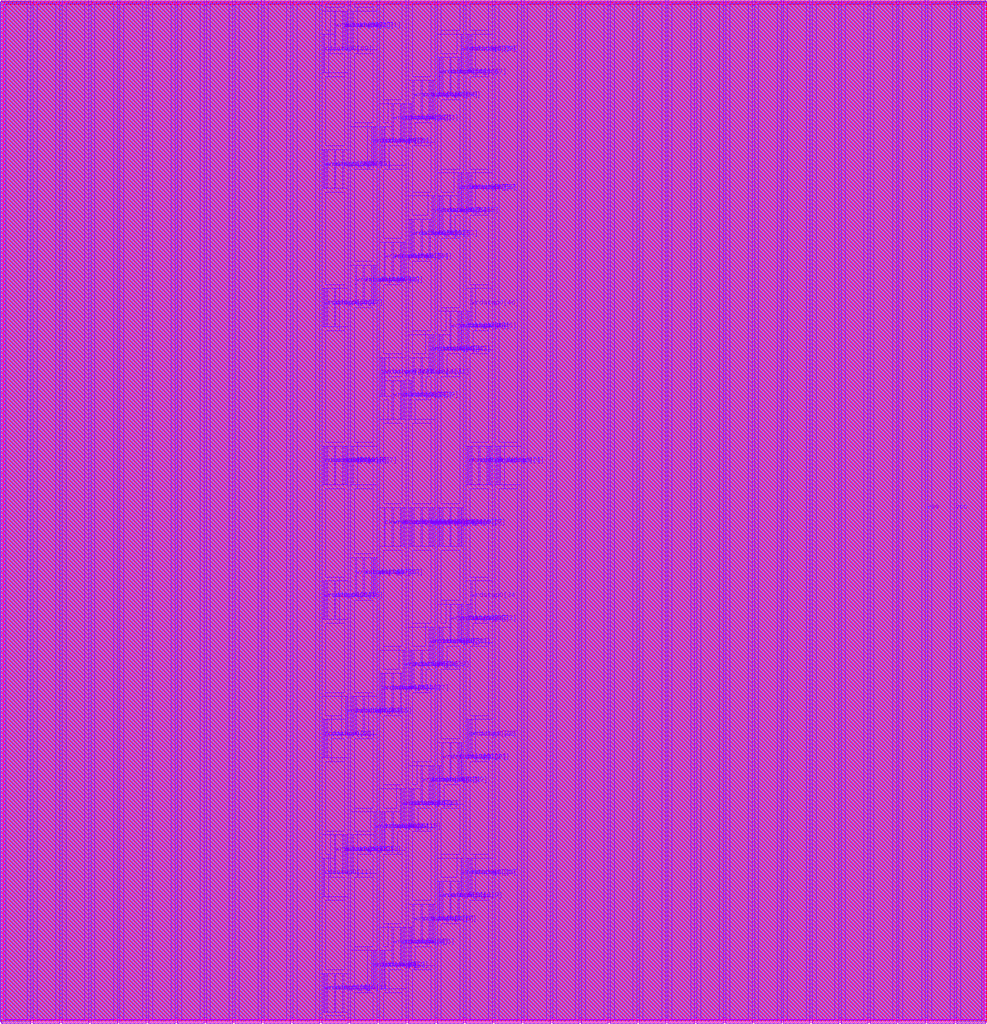
<source format=lef>
VERSION 5.8 ;
BUSBITCHARS "[]" ;
DIVIDERCHAR "/" ;

UNITS
  DATABASE MICRONS 4000 ;
END UNITS

PROPERTYDEFINITIONS
  MACRO hpml_layer STRING ;
  MACRO heml_layer STRING ;
END PROPERTYDEFINITIONS

MACRO arf070b144e1r1w0cbbeheaa4acw
  CLASS BLOCK ;
  FOREIGN arf070b144e1r1w0cbbeheaa4acw ;
  ORIGIN 0 0 ;
  SIZE 30.6 BY 31.68 ;
  PIN ckrdp0
    DIRECTION INPUT ;
    USE SIGNAL ;
    PORT
      LAYER m7 ;
        RECT 14.484 16.68 14.528 17.88 ;
    END
  END ckrdp0
  PIN ckwrp0
    DIRECTION INPUT ;
    USE SIGNAL ;
    PORT
      LAYER m7 ;
        RECT 11.872 14.76 11.916 15.96 ;
    END
  END ckwrp0
  PIN rdaddrp0[0]
    DIRECTION INPUT ;
    USE SIGNAL ;
    PORT
      LAYER m7 ;
        RECT 15.384 16.68 15.428 17.88 ;
    END
  END rdaddrp0[0]
  PIN rdaddrp0[1]
    DIRECTION INPUT ;
    USE SIGNAL ;
    PORT
      LAYER m7 ;
        RECT 15.472 16.68 15.516 17.88 ;
    END
  END rdaddrp0[1]
  PIN rdaddrp0[2]
    DIRECTION INPUT ;
    USE SIGNAL ;
    PORT
      LAYER m7 ;
        RECT 9.984 16.68 10.028 17.88 ;
    END
  END rdaddrp0[2]
  PIN rdaddrp0[3]
    DIRECTION INPUT ;
    USE SIGNAL ;
    PORT
      LAYER m7 ;
        RECT 10.072 16.68 10.116 17.88 ;
    END
  END rdaddrp0[3]
  PIN rdaddrp0[4]
    DIRECTION INPUT ;
    USE SIGNAL ;
    PORT
      LAYER m7 ;
        RECT 10.328 16.68 10.372 17.88 ;
    END
  END rdaddrp0[4]
  PIN rdaddrp0[5]
    DIRECTION INPUT ;
    USE SIGNAL ;
    PORT
      LAYER m7 ;
        RECT 10.584 16.68 10.628 17.88 ;
    END
  END rdaddrp0[5]
  PIN rdaddrp0[6]
    DIRECTION INPUT ;
    USE SIGNAL ;
    PORT
      LAYER m7 ;
        RECT 10.672 16.68 10.716 17.88 ;
    END
  END rdaddrp0[6]
  PIN rdaddrp0[7]
    DIRECTION INPUT ;
    USE SIGNAL ;
    PORT
      LAYER m7 ;
        RECT 10.884 16.68 10.928 17.88 ;
    END
  END rdaddrp0[7]
  PIN rdaddrp0_fd
    DIRECTION INPUT ;
    USE SIGNAL ;
    PORT
      LAYER m7 ;
        RECT 14.572 16.68 14.616 17.88 ;
    END
  END rdaddrp0_fd
  PIN rdaddrp0_rd
    DIRECTION INPUT ;
    USE SIGNAL ;
    PORT
      LAYER m7 ;
        RECT 14.828 16.68 14.872 17.88 ;
    END
  END rdaddrp0_rd
  PIN rdenp0
    DIRECTION INPUT ;
    USE SIGNAL ;
    PORT
      LAYER m7 ;
        RECT 15.084 16.68 15.128 17.88 ;
    END
  END rdenp0
  PIN sdl_initp0
    DIRECTION INPUT ;
    USE SIGNAL ;
    PORT
      LAYER m7 ;
        RECT 15.172 16.68 15.216 17.88 ;
    END
  END sdl_initp0
  PIN wraddrp0[0]
    DIRECTION INPUT ;
    USE SIGNAL ;
    PORT
      LAYER m7 ;
        RECT 13.028 14.76 13.072 15.96 ;
    END
  END wraddrp0[0]
  PIN wraddrp0[1]
    DIRECTION INPUT ;
    USE SIGNAL ;
    PORT
      LAYER m7 ;
        RECT 13.284 14.76 13.328 15.96 ;
    END
  END wraddrp0[1]
  PIN wraddrp0[2]
    DIRECTION INPUT ;
    USE SIGNAL ;
    PORT
      LAYER m7 ;
        RECT 13.372 14.76 13.416 15.96 ;
    END
  END wraddrp0[2]
  PIN wraddrp0[3]
    DIRECTION INPUT ;
    USE SIGNAL ;
    PORT
      LAYER m7 ;
        RECT 13.584 14.76 13.628 15.96 ;
    END
  END wraddrp0[3]
  PIN wraddrp0[4]
    DIRECTION INPUT ;
    USE SIGNAL ;
    PORT
      LAYER m7 ;
        RECT 13.672 14.76 13.716 15.96 ;
    END
  END wraddrp0[4]
  PIN wraddrp0[5]
    DIRECTION INPUT ;
    USE SIGNAL ;
    PORT
      LAYER m7 ;
        RECT 13.928 14.76 13.972 15.96 ;
    END
  END wraddrp0[5]
  PIN wraddrp0[6]
    DIRECTION INPUT ;
    USE SIGNAL ;
    PORT
      LAYER m7 ;
        RECT 14.184 14.76 14.228 15.96 ;
    END
  END wraddrp0[6]
  PIN wraddrp0[7]
    DIRECTION INPUT ;
    USE SIGNAL ;
    PORT
      LAYER m7 ;
        RECT 14.272 14.76 14.316 15.96 ;
    END
  END wraddrp0[7]
  PIN wraddrp0_fd
    DIRECTION INPUT ;
    USE SIGNAL ;
    PORT
      LAYER m7 ;
        RECT 12.128 14.76 12.172 15.96 ;
    END
  END wraddrp0_fd
  PIN wraddrp0_rd
    DIRECTION INPUT ;
    USE SIGNAL ;
    PORT
      LAYER m7 ;
        RECT 12.384 14.76 12.428 15.96 ;
    END
  END wraddrp0_rd
  PIN wrdatap0[0]
    DIRECTION INPUT ;
    USE SIGNAL ;
    PORT
      LAYER m7 ;
        RECT 9.984 0.24 10.028 1.44 ;
    END
  END wrdatap0[0]
  PIN wrdatap0[10]
    DIRECTION INPUT ;
    USE SIGNAL ;
    PORT
      LAYER m7 ;
        RECT 14.272 3.84 14.316 5.04 ;
    END
  END wrdatap0[10]
  PIN wrdatap0[11]
    DIRECTION INPUT ;
    USE SIGNAL ;
    PORT
      LAYER m7 ;
        RECT 14.484 3.84 14.528 5.04 ;
    END
  END wrdatap0[11]
  PIN wrdatap0[12]
    DIRECTION INPUT ;
    USE SIGNAL ;
    PORT
      LAYER m7 ;
        RECT 10.328 4.56 10.372 5.76 ;
    END
  END wrdatap0[12]
  PIN wrdatap0[13]
    DIRECTION INPUT ;
    USE SIGNAL ;
    PORT
      LAYER m7 ;
        RECT 10.584 4.56 10.628 5.76 ;
    END
  END wrdatap0[13]
  PIN wrdatap0[14]
    DIRECTION INPUT ;
    USE SIGNAL ;
    PORT
      LAYER m7 ;
        RECT 11.572 5.28 11.616 6.48 ;
    END
  END wrdatap0[14]
  PIN wrdatap0[15]
    DIRECTION INPUT ;
    USE SIGNAL ;
    PORT
      LAYER m7 ;
        RECT 11.784 5.28 11.828 6.48 ;
    END
  END wrdatap0[15]
  PIN wrdatap0[16]
    DIRECTION INPUT ;
    USE SIGNAL ;
    PORT
      LAYER m7 ;
        RECT 12.384 6 12.428 7.2 ;
    END
  END wrdatap0[16]
  PIN wrdatap0[17]
    DIRECTION INPUT ;
    USE SIGNAL ;
    PORT
      LAYER m7 ;
        RECT 12.472 6 12.516 7.2 ;
    END
  END wrdatap0[17]
  PIN wrdatap0[18]
    DIRECTION INPUT ;
    USE SIGNAL ;
    PORT
      LAYER m7 ;
        RECT 13.028 6.72 13.072 7.92 ;
    END
  END wrdatap0[18]
  PIN wrdatap0[19]
    DIRECTION INPUT ;
    USE SIGNAL ;
    PORT
      LAYER m7 ;
        RECT 13.284 6.72 13.328 7.92 ;
    END
  END wrdatap0[19]
  PIN wrdatap0[1]
    DIRECTION INPUT ;
    USE SIGNAL ;
    PORT
      LAYER m7 ;
        RECT 10.072 0.24 10.116 1.44 ;
    END
  END wrdatap0[1]
  PIN wrdatap0[20]
    DIRECTION INPUT ;
    USE SIGNAL ;
    PORT
      LAYER m7 ;
        RECT 13.672 7.44 13.716 8.64 ;
    END
  END wrdatap0[20]
  PIN wrdatap0[21]
    DIRECTION INPUT ;
    USE SIGNAL ;
    PORT
      LAYER m7 ;
        RECT 13.928 7.44 13.972 8.64 ;
    END
  END wrdatap0[21]
  PIN wrdatap0[22]
    DIRECTION INPUT ;
    USE SIGNAL ;
    PORT
      LAYER m7 ;
        RECT 14.484 8.16 14.528 9.36 ;
    END
  END wrdatap0[22]
  PIN wrdatap0[23]
    DIRECTION INPUT ;
    USE SIGNAL ;
    PORT
      LAYER m7 ;
        RECT 14.572 8.16 14.616 9.36 ;
    END
  END wrdatap0[23]
  PIN wrdatap0[24]
    DIRECTION INPUT ;
    USE SIGNAL ;
    PORT
      LAYER m7 ;
        RECT 10.672 8.88 10.716 10.08 ;
    END
  END wrdatap0[24]
  PIN wrdatap0[25]
    DIRECTION INPUT ;
    USE SIGNAL ;
    PORT
      LAYER m7 ;
        RECT 10.884 8.88 10.928 10.08 ;
    END
  END wrdatap0[25]
  PIN wrdatap0[26]
    DIRECTION INPUT ;
    USE SIGNAL ;
    PORT
      LAYER m7 ;
        RECT 11.784 9.6 11.828 10.8 ;
    END
  END wrdatap0[26]
  PIN wrdatap0[27]
    DIRECTION INPUT ;
    USE SIGNAL ;
    PORT
      LAYER m7 ;
        RECT 11.872 9.6 11.916 10.8 ;
    END
  END wrdatap0[27]
  PIN wrdatap0[28]
    DIRECTION INPUT ;
    USE SIGNAL ;
    PORT
      LAYER m7 ;
        RECT 12.472 10.32 12.516 11.52 ;
    END
  END wrdatap0[28]
  PIN wrdatap0[29]
    DIRECTION INPUT ;
    USE SIGNAL ;
    PORT
      LAYER m7 ;
        RECT 12.684 10.32 12.728 11.52 ;
    END
  END wrdatap0[29]
  PIN wrdatap0[2]
    DIRECTION INPUT ;
    USE SIGNAL ;
    PORT
      LAYER m7 ;
        RECT 11.484 0.96 11.528 2.16 ;
    END
  END wrdatap0[2]
  PIN wrdatap0[30]
    DIRECTION INPUT ;
    USE SIGNAL ;
    PORT
      LAYER m7 ;
        RECT 13.284 11.04 13.328 12.24 ;
    END
  END wrdatap0[30]
  PIN wrdatap0[31]
    DIRECTION INPUT ;
    USE SIGNAL ;
    PORT
      LAYER m7 ;
        RECT 13.372 11.04 13.416 12.24 ;
    END
  END wrdatap0[31]
  PIN wrdatap0[32]
    DIRECTION INPUT ;
    USE SIGNAL ;
    PORT
      LAYER m7 ;
        RECT 13.928 11.76 13.972 12.96 ;
    END
  END wrdatap0[32]
  PIN wrdatap0[33]
    DIRECTION INPUT ;
    USE SIGNAL ;
    PORT
      LAYER m7 ;
        RECT 14.184 11.76 14.228 12.96 ;
    END
  END wrdatap0[33]
  PIN wrdatap0[34]
    DIRECTION INPUT ;
    USE SIGNAL ;
    PORT
      LAYER m7 ;
        RECT 14.572 12.48 14.616 13.68 ;
    END
  END wrdatap0[34]
  PIN wrdatap0[35]
    DIRECTION INPUT ;
    USE SIGNAL ;
    PORT
      LAYER m7 ;
        RECT 9.984 12.48 10.028 13.68 ;
    END
  END wrdatap0[35]
  PIN wrdatap0[36]
    DIRECTION INPUT ;
    USE SIGNAL ;
    PORT
      LAYER m7 ;
        RECT 10.972 13.2 11.016 14.4 ;
    END
  END wrdatap0[36]
  PIN wrdatap0[37]
    DIRECTION INPUT ;
    USE SIGNAL ;
    PORT
      LAYER m7 ;
        RECT 11.228 13.2 11.272 14.4 ;
    END
  END wrdatap0[37]
  PIN wrdatap0[38]
    DIRECTION INPUT ;
    USE SIGNAL ;
    PORT
      LAYER m7 ;
        RECT 12.128 18.72 12.172 19.92 ;
    END
  END wrdatap0[38]
  PIN wrdatap0[39]
    DIRECTION INPUT ;
    USE SIGNAL ;
    PORT
      LAYER m7 ;
        RECT 12.384 18.72 12.428 19.92 ;
    END
  END wrdatap0[39]
  PIN wrdatap0[3]
    DIRECTION INPUT ;
    USE SIGNAL ;
    PORT
      LAYER m7 ;
        RECT 11.572 0.96 11.616 2.16 ;
    END
  END wrdatap0[3]
  PIN wrdatap0[40]
    DIRECTION INPUT ;
    USE SIGNAL ;
    PORT
      LAYER m7 ;
        RECT 11.784 19.44 11.828 20.64 ;
    END
  END wrdatap0[40]
  PIN wrdatap0[41]
    DIRECTION INPUT ;
    USE SIGNAL ;
    PORT
      LAYER m7 ;
        RECT 11.872 19.44 11.916 20.64 ;
    END
  END wrdatap0[41]
  PIN wrdatap0[42]
    DIRECTION INPUT ;
    USE SIGNAL ;
    PORT
      LAYER m7 ;
        RECT 13.284 20.16 13.328 21.36 ;
    END
  END wrdatap0[42]
  PIN wrdatap0[43]
    DIRECTION INPUT ;
    USE SIGNAL ;
    PORT
      LAYER m7 ;
        RECT 13.372 20.16 13.416 21.36 ;
    END
  END wrdatap0[43]
  PIN wrdatap0[44]
    DIRECTION INPUT ;
    USE SIGNAL ;
    PORT
      LAYER m7 ;
        RECT 13.928 20.88 13.972 22.08 ;
    END
  END wrdatap0[44]
  PIN wrdatap0[45]
    DIRECTION INPUT ;
    USE SIGNAL ;
    PORT
      LAYER m7 ;
        RECT 14.184 20.88 14.228 22.08 ;
    END
  END wrdatap0[45]
  PIN wrdatap0[46]
    DIRECTION INPUT ;
    USE SIGNAL ;
    PORT
      LAYER m7 ;
        RECT 14.572 21.6 14.616 22.8 ;
    END
  END wrdatap0[46]
  PIN wrdatap0[47]
    DIRECTION INPUT ;
    USE SIGNAL ;
    PORT
      LAYER m7 ;
        RECT 9.984 21.6 10.028 22.8 ;
    END
  END wrdatap0[47]
  PIN wrdatap0[48]
    DIRECTION INPUT ;
    USE SIGNAL ;
    PORT
      LAYER m7 ;
        RECT 10.972 22.32 11.016 23.52 ;
    END
  END wrdatap0[48]
  PIN wrdatap0[49]
    DIRECTION INPUT ;
    USE SIGNAL ;
    PORT
      LAYER m7 ;
        RECT 11.228 22.32 11.272 23.52 ;
    END
  END wrdatap0[49]
  PIN wrdatap0[4]
    DIRECTION INPUT ;
    USE SIGNAL ;
    PORT
      LAYER m7 ;
        RECT 12.128 1.68 12.172 2.88 ;
    END
  END wrdatap0[4]
  PIN wrdatap0[50]
    DIRECTION INPUT ;
    USE SIGNAL ;
    PORT
      LAYER m7 ;
        RECT 11.872 23.04 11.916 24.24 ;
    END
  END wrdatap0[50]
  PIN wrdatap0[51]
    DIRECTION INPUT ;
    USE SIGNAL ;
    PORT
      LAYER m7 ;
        RECT 12.128 23.04 12.172 24.24 ;
    END
  END wrdatap0[51]
  PIN wrdatap0[52]
    DIRECTION INPUT ;
    USE SIGNAL ;
    PORT
      LAYER m7 ;
        RECT 12.684 23.76 12.728 24.96 ;
    END
  END wrdatap0[52]
  PIN wrdatap0[53]
    DIRECTION INPUT ;
    USE SIGNAL ;
    PORT
      LAYER m7 ;
        RECT 12.772 23.76 12.816 24.96 ;
    END
  END wrdatap0[53]
  PIN wrdatap0[54]
    DIRECTION INPUT ;
    USE SIGNAL ;
    PORT
      LAYER m7 ;
        RECT 13.372 24.48 13.416 25.68 ;
    END
  END wrdatap0[54]
  PIN wrdatap0[55]
    DIRECTION INPUT ;
    USE SIGNAL ;
    PORT
      LAYER m7 ;
        RECT 13.584 24.48 13.628 25.68 ;
    END
  END wrdatap0[55]
  PIN wrdatap0[56]
    DIRECTION INPUT ;
    USE SIGNAL ;
    PORT
      LAYER m7 ;
        RECT 14.184 25.2 14.228 26.4 ;
    END
  END wrdatap0[56]
  PIN wrdatap0[57]
    DIRECTION INPUT ;
    USE SIGNAL ;
    PORT
      LAYER m7 ;
        RECT 14.272 25.2 14.316 26.4 ;
    END
  END wrdatap0[57]
  PIN wrdatap0[58]
    DIRECTION INPUT ;
    USE SIGNAL ;
    PORT
      LAYER m7 ;
        RECT 9.984 25.92 10.028 27.12 ;
    END
  END wrdatap0[58]
  PIN wrdatap0[59]
    DIRECTION INPUT ;
    USE SIGNAL ;
    PORT
      LAYER m7 ;
        RECT 10.072 25.92 10.116 27.12 ;
    END
  END wrdatap0[59]
  PIN wrdatap0[5]
    DIRECTION INPUT ;
    USE SIGNAL ;
    PORT
      LAYER m7 ;
        RECT 12.384 1.68 12.428 2.88 ;
    END
  END wrdatap0[5]
  PIN wrdatap0[60]
    DIRECTION INPUT ;
    USE SIGNAL ;
    PORT
      LAYER m7 ;
        RECT 11.484 26.64 11.528 27.84 ;
    END
  END wrdatap0[60]
  PIN wrdatap0[61]
    DIRECTION INPUT ;
    USE SIGNAL ;
    PORT
      LAYER m7 ;
        RECT 11.572 26.64 11.616 27.84 ;
    END
  END wrdatap0[61]
  PIN wrdatap0[62]
    DIRECTION INPUT ;
    USE SIGNAL ;
    PORT
      LAYER m7 ;
        RECT 12.128 27.36 12.172 28.56 ;
    END
  END wrdatap0[62]
  PIN wrdatap0[63]
    DIRECTION INPUT ;
    USE SIGNAL ;
    PORT
      LAYER m7 ;
        RECT 12.384 27.36 12.428 28.56 ;
    END
  END wrdatap0[63]
  PIN wrdatap0[64]
    DIRECTION INPUT ;
    USE SIGNAL ;
    PORT
      LAYER m7 ;
        RECT 12.772 28.08 12.816 29.28 ;
    END
  END wrdatap0[64]
  PIN wrdatap0[65]
    DIRECTION INPUT ;
    USE SIGNAL ;
    PORT
      LAYER m7 ;
        RECT 13.028 28.08 13.072 29.28 ;
    END
  END wrdatap0[65]
  PIN wrdatap0[66]
    DIRECTION INPUT ;
    USE SIGNAL ;
    PORT
      LAYER m7 ;
        RECT 13.584 28.8 13.628 30 ;
    END
  END wrdatap0[66]
  PIN wrdatap0[67]
    DIRECTION INPUT ;
    USE SIGNAL ;
    PORT
      LAYER m7 ;
        RECT 13.672 28.8 13.716 30 ;
    END
  END wrdatap0[67]
  PIN wrdatap0[68]
    DIRECTION INPUT ;
    USE SIGNAL ;
    PORT
      LAYER m7 ;
        RECT 14.272 29.52 14.316 30.72 ;
    END
  END wrdatap0[68]
  PIN wrdatap0[69]
    DIRECTION INPUT ;
    USE SIGNAL ;
    PORT
      LAYER m7 ;
        RECT 14.484 29.52 14.528 30.72 ;
    END
  END wrdatap0[69]
  PIN wrdatap0[6]
    DIRECTION INPUT ;
    USE SIGNAL ;
    PORT
      LAYER m7 ;
        RECT 12.772 2.4 12.816 3.6 ;
    END
  END wrdatap0[6]
  PIN wrdatap0[70]
    DIRECTION INPUT ;
    USE SIGNAL ;
    PORT
      LAYER m7 ;
        RECT 10.328 30.24 10.372 31.44 ;
    END
  END wrdatap0[70]
  PIN wrdatap0[71]
    DIRECTION INPUT ;
    USE SIGNAL ;
    PORT
      LAYER m7 ;
        RECT 10.584 30.24 10.628 31.44 ;
    END
  END wrdatap0[71]
  PIN wrdatap0[7]
    DIRECTION INPUT ;
    USE SIGNAL ;
    PORT
      LAYER m7 ;
        RECT 13.028 2.4 13.072 3.6 ;
    END
  END wrdatap0[7]
  PIN wrdatap0[8]
    DIRECTION INPUT ;
    USE SIGNAL ;
    PORT
      LAYER m7 ;
        RECT 13.584 3.12 13.628 4.32 ;
    END
  END wrdatap0[8]
  PIN wrdatap0[9]
    DIRECTION INPUT ;
    USE SIGNAL ;
    PORT
      LAYER m7 ;
        RECT 13.672 3.12 13.716 4.32 ;
    END
  END wrdatap0[9]
  PIN wrdatap0_fd
    DIRECTION INPUT ;
    USE SIGNAL ;
    PORT
      LAYER m7 ;
        RECT 12.684 14.76 12.728 15.96 ;
    END
  END wrdatap0_fd
  PIN wrdatap0_rd
    DIRECTION INPUT ;
    USE SIGNAL ;
    PORT
      LAYER m7 ;
        RECT 12.772 14.76 12.816 15.96 ;
    END
  END wrdatap0_rd
  PIN wrenp0
    DIRECTION INPUT ;
    USE SIGNAL ;
    PORT
      LAYER m7 ;
        RECT 12.472 14.76 12.516 15.96 ;
    END
  END wrenp0
  PIN rddatap0[0]
    DIRECTION OUTPUT ;
    USE SIGNAL ;
    PORT
      LAYER m7 ;
        RECT 10.328 0.24 10.372 1.44 ;
    END
  END rddatap0[0]
  PIN rddatap0[10]
    DIRECTION OUTPUT ;
    USE SIGNAL ;
    PORT
      LAYER m7 ;
        RECT 14.572 3.84 14.616 5.04 ;
    END
  END rddatap0[10]
  PIN rddatap0[11]
    DIRECTION OUTPUT ;
    USE SIGNAL ;
    PORT
      LAYER m7 ;
        RECT 9.984 3.84 10.028 5.04 ;
    END
  END rddatap0[11]
  PIN rddatap0[12]
    DIRECTION OUTPUT ;
    USE SIGNAL ;
    PORT
      LAYER m7 ;
        RECT 10.672 4.56 10.716 5.76 ;
    END
  END rddatap0[12]
  PIN rddatap0[13]
    DIRECTION OUTPUT ;
    USE SIGNAL ;
    PORT
      LAYER m7 ;
        RECT 10.884 4.56 10.928 5.76 ;
    END
  END rddatap0[13]
  PIN rddatap0[14]
    DIRECTION OUTPUT ;
    USE SIGNAL ;
    PORT
      LAYER m7 ;
        RECT 11.872 5.28 11.916 6.48 ;
    END
  END rddatap0[14]
  PIN rddatap0[15]
    DIRECTION OUTPUT ;
    USE SIGNAL ;
    PORT
      LAYER m7 ;
        RECT 12.128 5.28 12.172 6.48 ;
    END
  END rddatap0[15]
  PIN rddatap0[16]
    DIRECTION OUTPUT ;
    USE SIGNAL ;
    PORT
      LAYER m7 ;
        RECT 12.684 6 12.728 7.2 ;
    END
  END rddatap0[16]
  PIN rddatap0[17]
    DIRECTION OUTPUT ;
    USE SIGNAL ;
    PORT
      LAYER m7 ;
        RECT 12.772 6 12.816 7.2 ;
    END
  END rddatap0[17]
  PIN rddatap0[18]
    DIRECTION OUTPUT ;
    USE SIGNAL ;
    PORT
      LAYER m7 ;
        RECT 13.372 6.72 13.416 7.92 ;
    END
  END rddatap0[18]
  PIN rddatap0[19]
    DIRECTION OUTPUT ;
    USE SIGNAL ;
    PORT
      LAYER m7 ;
        RECT 13.584 6.72 13.628 7.92 ;
    END
  END rddatap0[19]
  PIN rddatap0[1]
    DIRECTION OUTPUT ;
    USE SIGNAL ;
    PORT
      LAYER m7 ;
        RECT 10.584 0.24 10.628 1.44 ;
    END
  END rddatap0[1]
  PIN rddatap0[20]
    DIRECTION OUTPUT ;
    USE SIGNAL ;
    PORT
      LAYER m7 ;
        RECT 14.184 7.44 14.228 8.64 ;
    END
  END rddatap0[20]
  PIN rddatap0[21]
    DIRECTION OUTPUT ;
    USE SIGNAL ;
    PORT
      LAYER m7 ;
        RECT 14.272 7.44 14.316 8.64 ;
    END
  END rddatap0[21]
  PIN rddatap0[22]
    DIRECTION OUTPUT ;
    USE SIGNAL ;
    PORT
      LAYER m7 ;
        RECT 9.984 8.16 10.028 9.36 ;
    END
  END rddatap0[22]
  PIN rddatap0[23]
    DIRECTION OUTPUT ;
    USE SIGNAL ;
    PORT
      LAYER m7 ;
        RECT 10.072 8.16 10.116 9.36 ;
    END
  END rddatap0[23]
  PIN rddatap0[24]
    DIRECTION OUTPUT ;
    USE SIGNAL ;
    PORT
      LAYER m7 ;
        RECT 10.972 8.88 11.016 10.08 ;
    END
  END rddatap0[24]
  PIN rddatap0[25]
    DIRECTION OUTPUT ;
    USE SIGNAL ;
    PORT
      LAYER m7 ;
        RECT 11.228 8.88 11.272 10.08 ;
    END
  END rddatap0[25]
  PIN rddatap0[26]
    DIRECTION OUTPUT ;
    USE SIGNAL ;
    PORT
      LAYER m7 ;
        RECT 12.128 9.6 12.172 10.8 ;
    END
  END rddatap0[26]
  PIN rddatap0[27]
    DIRECTION OUTPUT ;
    USE SIGNAL ;
    PORT
      LAYER m7 ;
        RECT 12.384 9.6 12.428 10.8 ;
    END
  END rddatap0[27]
  PIN rddatap0[28]
    DIRECTION OUTPUT ;
    USE SIGNAL ;
    PORT
      LAYER m7 ;
        RECT 12.772 10.32 12.816 11.52 ;
    END
  END rddatap0[28]
  PIN rddatap0[29]
    DIRECTION OUTPUT ;
    USE SIGNAL ;
    PORT
      LAYER m7 ;
        RECT 13.028 10.32 13.072 11.52 ;
    END
  END rddatap0[29]
  PIN rddatap0[2]
    DIRECTION OUTPUT ;
    USE SIGNAL ;
    PORT
      LAYER m7 ;
        RECT 11.784 0.96 11.828 2.16 ;
    END
  END rddatap0[2]
  PIN rddatap0[30]
    DIRECTION OUTPUT ;
    USE SIGNAL ;
    PORT
      LAYER m7 ;
        RECT 13.584 11.04 13.628 12.24 ;
    END
  END rddatap0[30]
  PIN rddatap0[31]
    DIRECTION OUTPUT ;
    USE SIGNAL ;
    PORT
      LAYER m7 ;
        RECT 13.672 11.04 13.716 12.24 ;
    END
  END rddatap0[31]
  PIN rddatap0[32]
    DIRECTION OUTPUT ;
    USE SIGNAL ;
    PORT
      LAYER m7 ;
        RECT 14.272 11.76 14.316 12.96 ;
    END
  END rddatap0[32]
  PIN rddatap0[33]
    DIRECTION OUTPUT ;
    USE SIGNAL ;
    PORT
      LAYER m7 ;
        RECT 14.484 11.76 14.528 12.96 ;
    END
  END rddatap0[33]
  PIN rddatap0[34]
    DIRECTION OUTPUT ;
    USE SIGNAL ;
    PORT
      LAYER m7 ;
        RECT 10.072 12.48 10.116 13.68 ;
    END
  END rddatap0[34]
  PIN rddatap0[35]
    DIRECTION OUTPUT ;
    USE SIGNAL ;
    PORT
      LAYER m7 ;
        RECT 10.328 12.48 10.372 13.68 ;
    END
  END rddatap0[35]
  PIN rddatap0[36]
    DIRECTION OUTPUT ;
    USE SIGNAL ;
    PORT
      LAYER m7 ;
        RECT 11.484 13.2 11.528 14.4 ;
    END
  END rddatap0[36]
  PIN rddatap0[37]
    DIRECTION OUTPUT ;
    USE SIGNAL ;
    PORT
      LAYER m7 ;
        RECT 11.572 13.2 11.616 14.4 ;
    END
  END rddatap0[37]
  PIN rddatap0[38]
    DIRECTION OUTPUT ;
    USE SIGNAL ;
    PORT
      LAYER m7 ;
        RECT 12.472 18.72 12.516 19.92 ;
    END
  END rddatap0[38]
  PIN rddatap0[39]
    DIRECTION OUTPUT ;
    USE SIGNAL ;
    PORT
      LAYER m7 ;
        RECT 12.684 18.72 12.728 19.92 ;
    END
  END rddatap0[39]
  PIN rddatap0[3]
    DIRECTION OUTPUT ;
    USE SIGNAL ;
    PORT
      LAYER m7 ;
        RECT 11.872 0.96 11.916 2.16 ;
    END
  END rddatap0[3]
  PIN rddatap0[40]
    DIRECTION OUTPUT ;
    USE SIGNAL ;
    PORT
      LAYER m7 ;
        RECT 12.772 19.44 12.816 20.64 ;
    END
  END rddatap0[40]
  PIN rddatap0[41]
    DIRECTION OUTPUT ;
    USE SIGNAL ;
    PORT
      LAYER m7 ;
        RECT 13.028 19.44 13.072 20.64 ;
    END
  END rddatap0[41]
  PIN rddatap0[42]
    DIRECTION OUTPUT ;
    USE SIGNAL ;
    PORT
      LAYER m7 ;
        RECT 13.584 20.16 13.628 21.36 ;
    END
  END rddatap0[42]
  PIN rddatap0[43]
    DIRECTION OUTPUT ;
    USE SIGNAL ;
    PORT
      LAYER m7 ;
        RECT 13.672 20.16 13.716 21.36 ;
    END
  END rddatap0[43]
  PIN rddatap0[44]
    DIRECTION OUTPUT ;
    USE SIGNAL ;
    PORT
      LAYER m7 ;
        RECT 14.272 20.88 14.316 22.08 ;
    END
  END rddatap0[44]
  PIN rddatap0[45]
    DIRECTION OUTPUT ;
    USE SIGNAL ;
    PORT
      LAYER m7 ;
        RECT 14.484 20.88 14.528 22.08 ;
    END
  END rddatap0[45]
  PIN rddatap0[46]
    DIRECTION OUTPUT ;
    USE SIGNAL ;
    PORT
      LAYER m7 ;
        RECT 10.072 21.6 10.116 22.8 ;
    END
  END rddatap0[46]
  PIN rddatap0[47]
    DIRECTION OUTPUT ;
    USE SIGNAL ;
    PORT
      LAYER m7 ;
        RECT 10.328 21.6 10.372 22.8 ;
    END
  END rddatap0[47]
  PIN rddatap0[48]
    DIRECTION OUTPUT ;
    USE SIGNAL ;
    PORT
      LAYER m7 ;
        RECT 11.484 22.32 11.528 23.52 ;
    END
  END rddatap0[48]
  PIN rddatap0[49]
    DIRECTION OUTPUT ;
    USE SIGNAL ;
    PORT
      LAYER m7 ;
        RECT 11.572 22.32 11.616 23.52 ;
    END
  END rddatap0[49]
  PIN rddatap0[4]
    DIRECTION OUTPUT ;
    USE SIGNAL ;
    PORT
      LAYER m7 ;
        RECT 12.472 1.68 12.516 2.88 ;
    END
  END rddatap0[4]
  PIN rddatap0[50]
    DIRECTION OUTPUT ;
    USE SIGNAL ;
    PORT
      LAYER m7 ;
        RECT 12.384 23.04 12.428 24.24 ;
    END
  END rddatap0[50]
  PIN rddatap0[51]
    DIRECTION OUTPUT ;
    USE SIGNAL ;
    PORT
      LAYER m7 ;
        RECT 12.472 23.04 12.516 24.24 ;
    END
  END rddatap0[51]
  PIN rddatap0[52]
    DIRECTION OUTPUT ;
    USE SIGNAL ;
    PORT
      LAYER m7 ;
        RECT 13.028 23.76 13.072 24.96 ;
    END
  END rddatap0[52]
  PIN rddatap0[53]
    DIRECTION OUTPUT ;
    USE SIGNAL ;
    PORT
      LAYER m7 ;
        RECT 13.284 23.76 13.328 24.96 ;
    END
  END rddatap0[53]
  PIN rddatap0[54]
    DIRECTION OUTPUT ;
    USE SIGNAL ;
    PORT
      LAYER m7 ;
        RECT 13.672 24.48 13.716 25.68 ;
    END
  END rddatap0[54]
  PIN rddatap0[55]
    DIRECTION OUTPUT ;
    USE SIGNAL ;
    PORT
      LAYER m7 ;
        RECT 13.928 24.48 13.972 25.68 ;
    END
  END rddatap0[55]
  PIN rddatap0[56]
    DIRECTION OUTPUT ;
    USE SIGNAL ;
    PORT
      LAYER m7 ;
        RECT 14.484 25.2 14.528 26.4 ;
    END
  END rddatap0[56]
  PIN rddatap0[57]
    DIRECTION OUTPUT ;
    USE SIGNAL ;
    PORT
      LAYER m7 ;
        RECT 14.572 25.2 14.616 26.4 ;
    END
  END rddatap0[57]
  PIN rddatap0[58]
    DIRECTION OUTPUT ;
    USE SIGNAL ;
    PORT
      LAYER m7 ;
        RECT 10.328 25.92 10.372 27.12 ;
    END
  END rddatap0[58]
  PIN rddatap0[59]
    DIRECTION OUTPUT ;
    USE SIGNAL ;
    PORT
      LAYER m7 ;
        RECT 10.584 25.92 10.628 27.12 ;
    END
  END rddatap0[59]
  PIN rddatap0[5]
    DIRECTION OUTPUT ;
    USE SIGNAL ;
    PORT
      LAYER m7 ;
        RECT 12.684 1.68 12.728 2.88 ;
    END
  END rddatap0[5]
  PIN rddatap0[60]
    DIRECTION OUTPUT ;
    USE SIGNAL ;
    PORT
      LAYER m7 ;
        RECT 11.784 26.64 11.828 27.84 ;
    END
  END rddatap0[60]
  PIN rddatap0[61]
    DIRECTION OUTPUT ;
    USE SIGNAL ;
    PORT
      LAYER m7 ;
        RECT 11.872 26.64 11.916 27.84 ;
    END
  END rddatap0[61]
  PIN rddatap0[62]
    DIRECTION OUTPUT ;
    USE SIGNAL ;
    PORT
      LAYER m7 ;
        RECT 12.472 27.36 12.516 28.56 ;
    END
  END rddatap0[62]
  PIN rddatap0[63]
    DIRECTION OUTPUT ;
    USE SIGNAL ;
    PORT
      LAYER m7 ;
        RECT 12.684 27.36 12.728 28.56 ;
    END
  END rddatap0[63]
  PIN rddatap0[64]
    DIRECTION OUTPUT ;
    USE SIGNAL ;
    PORT
      LAYER m7 ;
        RECT 13.284 28.08 13.328 29.28 ;
    END
  END rddatap0[64]
  PIN rddatap0[65]
    DIRECTION OUTPUT ;
    USE SIGNAL ;
    PORT
      LAYER m7 ;
        RECT 13.372 28.08 13.416 29.28 ;
    END
  END rddatap0[65]
  PIN rddatap0[66]
    DIRECTION OUTPUT ;
    USE SIGNAL ;
    PORT
      LAYER m7 ;
        RECT 13.928 28.8 13.972 30 ;
    END
  END rddatap0[66]
  PIN rddatap0[67]
    DIRECTION OUTPUT ;
    USE SIGNAL ;
    PORT
      LAYER m7 ;
        RECT 14.184 28.8 14.228 30 ;
    END
  END rddatap0[67]
  PIN rddatap0[68]
    DIRECTION OUTPUT ;
    USE SIGNAL ;
    PORT
      LAYER m7 ;
        RECT 14.572 29.52 14.616 30.72 ;
    END
  END rddatap0[68]
  PIN rddatap0[69]
    DIRECTION OUTPUT ;
    USE SIGNAL ;
    PORT
      LAYER m7 ;
        RECT 9.984 29.52 10.028 30.72 ;
    END
  END rddatap0[69]
  PIN rddatap0[6]
    DIRECTION OUTPUT ;
    USE SIGNAL ;
    PORT
      LAYER m7 ;
        RECT 13.284 2.4 13.328 3.6 ;
    END
  END rddatap0[6]
  PIN rddatap0[70]
    DIRECTION OUTPUT ;
    USE SIGNAL ;
    PORT
      LAYER m7 ;
        RECT 10.672 30.24 10.716 31.44 ;
    END
  END rddatap0[70]
  PIN rddatap0[71]
    DIRECTION OUTPUT ;
    USE SIGNAL ;
    PORT
      LAYER m7 ;
        RECT 10.884 30.24 10.928 31.44 ;
    END
  END rddatap0[71]
  PIN rddatap0[7]
    DIRECTION OUTPUT ;
    USE SIGNAL ;
    PORT
      LAYER m7 ;
        RECT 13.372 2.4 13.416 3.6 ;
    END
  END rddatap0[7]
  PIN rddatap0[8]
    DIRECTION OUTPUT ;
    USE SIGNAL ;
    PORT
      LAYER m7 ;
        RECT 13.928 3.12 13.972 4.32 ;
    END
  END rddatap0[8]
  PIN rddatap0[9]
    DIRECTION OUTPUT ;
    USE SIGNAL ;
    PORT
      LAYER m7 ;
        RECT 14.184 3.12 14.228 4.32 ;
    END
  END rddatap0[9]
  PIN vcc
    DIRECTION INPUT ;
    USE POWER ;
    PORT
      LAYER m7 ;
        RECT 0.862 0.06 0.938 31.62 ;
        RECT 2.662 0.06 2.738 31.62 ;
        RECT 4.462 0.06 4.538 31.62 ;
        RECT 6.262 0.06 6.338 31.62 ;
        RECT 8.062 0.06 8.138 31.62 ;
        RECT 9.862 0.06 9.938 31.62 ;
        RECT 11.662 0.06 11.738 31.62 ;
        RECT 13.462 0.06 13.538 31.62 ;
        RECT 15.262 0.06 15.338 31.62 ;
        RECT 17.062 0.06 17.138 31.62 ;
        RECT 18.862 0.06 18.938 31.62 ;
        RECT 20.662 0.06 20.738 31.62 ;
        RECT 22.462 0.06 22.538 31.62 ;
        RECT 24.262 0.06 24.338 31.62 ;
        RECT 26.062 0.06 26.138 31.62 ;
        RECT 27.862 0.06 27.938 31.62 ;
        RECT 29.662 0.06 29.738 31.62 ;
    END
  END vcc
  PIN vss
    DIRECTION INOUT ;
    USE GROUND ;
    PORT
      LAYER m7 ;
        RECT 1.762 0.06 1.838 31.62 ;
        RECT 3.562 0.06 3.638 31.62 ;
        RECT 5.362 0.06 5.438 31.62 ;
        RECT 7.162 0.06 7.238 31.62 ;
        RECT 8.962 0.06 9.038 31.62 ;
        RECT 10.762 0.06 10.838 31.62 ;
        RECT 12.562 0.06 12.638 31.62 ;
        RECT 14.362 0.06 14.438 31.62 ;
        RECT 16.162 0.06 16.238 31.62 ;
        RECT 17.962 0.06 18.038 31.62 ;
        RECT 19.762 0.06 19.838 31.62 ;
        RECT 21.562 0.06 21.638 31.62 ;
        RECT 23.362 0.06 23.438 31.62 ;
        RECT 25.162 0.06 25.238 31.62 ;
        RECT 26.962 0.06 27.038 31.62 ;
        RECT 28.762 0.06 28.838 31.62 ;
    END
  END vss
  OBS
    LAYER m0 SPACING 0 ;
      RECT -0.016 -0.014 30.616 31.694 ;
    LAYER m1 SPACING 0 ;
      RECT -0.02 -0.02 30.62 31.7 ;
    LAYER m2 SPACING 0 ;
      RECT -0.0705 -0.038 30.6705 31.718 ;
    LAYER m3 SPACING 0 ;
      RECT -0.035 -0.07 30.635 31.75 ;
    LAYER m4 SPACING 0 ;
      RECT -0.07 -0.038 30.67 31.718 ;
    LAYER m5 SPACING 0 ;
      RECT -0.059 -0.09 30.659 31.77 ;
    LAYER m6 SPACING 0 ;
      RECT -0.09 -0.062 30.69 31.742 ;
    LAYER m7 SPACING 0 ;
      RECT 29.738 31.74 30.64 31.8 ;
      RECT 29.738 -0.06 30.692 31.74 ;
      RECT 29.738 -0.12 30.64 -0.06 ;
      RECT 28.838 -0.12 29.662 31.8 ;
      RECT 27.938 -0.12 28.762 31.8 ;
      RECT 27.038 -0.12 27.862 31.8 ;
      RECT 26.138 -0.12 26.962 31.8 ;
      RECT 25.238 -0.12 26.062 31.8 ;
      RECT 24.338 -0.12 25.162 31.8 ;
      RECT 23.438 -0.12 24.262 31.8 ;
      RECT 22.538 -0.12 23.362 31.8 ;
      RECT 21.638 -0.12 22.462 31.8 ;
      RECT 20.738 -0.12 21.562 31.8 ;
      RECT 19.838 -0.12 20.662 31.8 ;
      RECT 18.938 -0.12 19.762 31.8 ;
      RECT 18.038 -0.12 18.862 31.8 ;
      RECT 17.138 -0.12 17.962 31.8 ;
      RECT 16.238 -0.12 17.062 31.8 ;
      RECT 15.338 17.88 16.162 31.8 ;
      RECT 15.338 16.68 15.384 17.88 ;
      RECT 15.428 16.68 15.472 17.88 ;
      RECT 15.516 16.68 16.162 17.88 ;
      RECT 15.338 -0.12 16.162 16.68 ;
      RECT 14.438 30.72 15.262 31.8 ;
      RECT 14.438 29.52 14.484 30.72 ;
      RECT 14.528 29.52 14.572 30.72 ;
      RECT 14.616 29.52 15.262 30.72 ;
      RECT 14.438 26.4 15.262 29.52 ;
      RECT 14.438 25.2 14.484 26.4 ;
      RECT 14.528 25.2 14.572 26.4 ;
      RECT 14.616 25.2 15.262 26.4 ;
      RECT 14.438 22.8 15.262 25.2 ;
      RECT 14.438 22.08 14.572 22.8 ;
      RECT 14.616 21.6 15.262 22.8 ;
      RECT 14.528 21.6 14.572 22.08 ;
      RECT 14.438 20.88 14.484 22.08 ;
      RECT 14.528 20.88 15.262 21.6 ;
      RECT 14.438 17.88 15.262 20.88 ;
      RECT 14.438 16.68 14.484 17.88 ;
      RECT 14.528 16.68 14.572 17.88 ;
      RECT 14.616 16.68 14.828 17.88 ;
      RECT 14.872 16.68 15.084 17.88 ;
      RECT 15.128 16.68 15.172 17.88 ;
      RECT 15.216 16.68 15.262 17.88 ;
      RECT 14.438 13.68 15.262 16.68 ;
      RECT 14.438 12.96 14.572 13.68 ;
      RECT 14.616 12.48 15.262 13.68 ;
      RECT 14.528 12.48 14.572 12.96 ;
      RECT 14.438 11.76 14.484 12.96 ;
      RECT 14.528 11.76 15.262 12.48 ;
      RECT 14.438 9.36 15.262 11.76 ;
      RECT 14.438 8.16 14.484 9.36 ;
      RECT 14.528 8.16 14.572 9.36 ;
      RECT 14.616 8.16 15.262 9.36 ;
      RECT 14.438 5.04 15.262 8.16 ;
      RECT 14.438 3.84 14.484 5.04 ;
      RECT 14.528 3.84 14.572 5.04 ;
      RECT 14.616 3.84 15.262 5.04 ;
      RECT 14.438 -0.12 15.262 3.84 ;
      RECT 13.538 30.72 14.362 31.8 ;
      RECT 13.538 30 14.272 30.72 ;
      RECT 14.316 29.52 14.362 30.72 ;
      RECT 14.228 29.52 14.272 30 ;
      RECT 13.538 28.8 13.584 30 ;
      RECT 13.628 28.8 13.672 30 ;
      RECT 13.716 28.8 13.928 30 ;
      RECT 13.972 28.8 14.184 30 ;
      RECT 14.228 28.8 14.362 29.52 ;
      RECT 13.538 26.4 14.362 28.8 ;
      RECT 13.538 25.68 14.184 26.4 ;
      RECT 14.228 25.2 14.272 26.4 ;
      RECT 14.316 25.2 14.362 26.4 ;
      RECT 13.972 25.2 14.184 25.68 ;
      RECT 13.538 24.48 13.584 25.68 ;
      RECT 13.628 24.48 13.672 25.68 ;
      RECT 13.716 24.48 13.928 25.68 ;
      RECT 13.972 24.48 14.362 25.2 ;
      RECT 13.538 22.08 14.362 24.48 ;
      RECT 13.538 21.36 13.928 22.08 ;
      RECT 13.972 20.88 14.184 22.08 ;
      RECT 14.228 20.88 14.272 22.08 ;
      RECT 14.316 20.88 14.362 22.08 ;
      RECT 13.716 20.88 13.928 21.36 ;
      RECT 13.538 20.16 13.584 21.36 ;
      RECT 13.628 20.16 13.672 21.36 ;
      RECT 13.716 20.16 14.362 20.88 ;
      RECT 13.538 15.96 14.362 20.16 ;
      RECT 13.538 14.76 13.584 15.96 ;
      RECT 13.628 14.76 13.672 15.96 ;
      RECT 13.716 14.76 13.928 15.96 ;
      RECT 13.972 14.76 14.184 15.96 ;
      RECT 14.228 14.76 14.272 15.96 ;
      RECT 14.316 14.76 14.362 15.96 ;
      RECT 13.538 12.96 14.362 14.76 ;
      RECT 13.538 12.24 13.928 12.96 ;
      RECT 13.972 11.76 14.184 12.96 ;
      RECT 14.228 11.76 14.272 12.96 ;
      RECT 14.316 11.76 14.362 12.96 ;
      RECT 13.716 11.76 13.928 12.24 ;
      RECT 13.538 11.04 13.584 12.24 ;
      RECT 13.628 11.04 13.672 12.24 ;
      RECT 13.716 11.04 14.362 11.76 ;
      RECT 13.538 8.64 14.362 11.04 ;
      RECT 13.538 7.92 13.672 8.64 ;
      RECT 13.716 7.44 13.928 8.64 ;
      RECT 13.972 7.44 14.184 8.64 ;
      RECT 14.228 7.44 14.272 8.64 ;
      RECT 14.316 7.44 14.362 8.64 ;
      RECT 13.628 7.44 13.672 7.92 ;
      RECT 13.538 6.72 13.584 7.92 ;
      RECT 13.628 6.72 14.362 7.44 ;
      RECT 13.538 5.04 14.362 6.72 ;
      RECT 13.538 4.32 14.272 5.04 ;
      RECT 14.316 3.84 14.362 5.04 ;
      RECT 14.228 3.84 14.272 4.32 ;
      RECT 13.538 3.12 13.584 4.32 ;
      RECT 13.628 3.12 13.672 4.32 ;
      RECT 13.716 3.12 13.928 4.32 ;
      RECT 13.972 3.12 14.184 4.32 ;
      RECT 14.228 3.12 14.362 3.84 ;
      RECT 13.538 -0.12 14.362 3.12 ;
      RECT 12.638 29.28 13.462 31.8 ;
      RECT 12.638 28.56 12.772 29.28 ;
      RECT 12.816 28.08 13.028 29.28 ;
      RECT 13.072 28.08 13.284 29.28 ;
      RECT 13.328 28.08 13.372 29.28 ;
      RECT 13.416 28.08 13.462 29.28 ;
      RECT 12.728 28.08 12.772 28.56 ;
      RECT 12.638 27.36 12.684 28.56 ;
      RECT 12.728 27.36 13.462 28.08 ;
      RECT 12.638 25.68 13.462 27.36 ;
      RECT 12.638 24.96 13.372 25.68 ;
      RECT 13.416 24.48 13.462 25.68 ;
      RECT 13.328 24.48 13.372 24.96 ;
      RECT 12.638 23.76 12.684 24.96 ;
      RECT 12.728 23.76 12.772 24.96 ;
      RECT 12.816 23.76 13.028 24.96 ;
      RECT 13.072 23.76 13.284 24.96 ;
      RECT 13.328 23.76 13.462 24.48 ;
      RECT 12.638 21.36 13.462 23.76 ;
      RECT 12.638 20.64 13.284 21.36 ;
      RECT 13.328 20.16 13.372 21.36 ;
      RECT 13.416 20.16 13.462 21.36 ;
      RECT 13.072 20.16 13.284 20.64 ;
      RECT 12.638 19.92 12.772 20.64 ;
      RECT 12.816 19.44 13.028 20.64 ;
      RECT 13.072 19.44 13.462 20.16 ;
      RECT 12.728 19.44 12.772 19.92 ;
      RECT 12.638 18.72 12.684 19.92 ;
      RECT 12.728 18.72 13.462 19.44 ;
      RECT 12.638 15.96 13.462 18.72 ;
      RECT 12.638 14.76 12.684 15.96 ;
      RECT 12.728 14.76 12.772 15.96 ;
      RECT 12.816 14.76 13.028 15.96 ;
      RECT 13.072 14.76 13.284 15.96 ;
      RECT 13.328 14.76 13.372 15.96 ;
      RECT 13.416 14.76 13.462 15.96 ;
      RECT 12.638 12.24 13.462 14.76 ;
      RECT 12.638 11.52 13.284 12.24 ;
      RECT 13.328 11.04 13.372 12.24 ;
      RECT 13.416 11.04 13.462 12.24 ;
      RECT 13.072 11.04 13.284 11.52 ;
      RECT 12.638 10.32 12.684 11.52 ;
      RECT 12.728 10.32 12.772 11.52 ;
      RECT 12.816 10.32 13.028 11.52 ;
      RECT 13.072 10.32 13.462 11.04 ;
      RECT 12.638 7.92 13.462 10.32 ;
      RECT 12.638 7.2 13.028 7.92 ;
      RECT 13.072 6.72 13.284 7.92 ;
      RECT 13.328 6.72 13.372 7.92 ;
      RECT 13.416 6.72 13.462 7.92 ;
      RECT 12.816 6.72 13.028 7.2 ;
      RECT 12.638 6 12.684 7.2 ;
      RECT 12.728 6 12.772 7.2 ;
      RECT 12.816 6 13.462 6.72 ;
      RECT 12.638 3.6 13.462 6 ;
      RECT 12.638 2.88 12.772 3.6 ;
      RECT 12.816 2.4 13.028 3.6 ;
      RECT 13.072 2.4 13.284 3.6 ;
      RECT 13.328 2.4 13.372 3.6 ;
      RECT 13.416 2.4 13.462 3.6 ;
      RECT 12.728 2.4 12.772 2.88 ;
      RECT 12.638 1.68 12.684 2.88 ;
      RECT 12.728 1.68 13.462 2.4 ;
      RECT 12.638 -0.12 13.462 1.68 ;
      RECT 11.738 28.56 12.562 31.8 ;
      RECT 11.738 27.84 12.128 28.56 ;
      RECT 12.172 27.36 12.384 28.56 ;
      RECT 12.428 27.36 12.472 28.56 ;
      RECT 12.516 27.36 12.562 28.56 ;
      RECT 11.916 27.36 12.128 27.84 ;
      RECT 11.738 26.64 11.784 27.84 ;
      RECT 11.828 26.64 11.872 27.84 ;
      RECT 11.916 26.64 12.562 27.36 ;
      RECT 11.738 24.24 12.562 26.64 ;
      RECT 11.738 23.04 11.872 24.24 ;
      RECT 11.916 23.04 12.128 24.24 ;
      RECT 12.172 23.04 12.384 24.24 ;
      RECT 12.428 23.04 12.472 24.24 ;
      RECT 12.516 23.04 12.562 24.24 ;
      RECT 11.738 20.64 12.562 23.04 ;
      RECT 11.916 19.92 12.562 20.64 ;
      RECT 11.738 19.44 11.784 20.64 ;
      RECT 11.828 19.44 11.872 20.64 ;
      RECT 11.916 19.44 12.128 19.92 ;
      RECT 12.172 18.72 12.384 19.92 ;
      RECT 12.428 18.72 12.472 19.92 ;
      RECT 12.516 18.72 12.562 19.92 ;
      RECT 11.738 18.72 12.128 19.44 ;
      RECT 11.738 15.96 12.562 18.72 ;
      RECT 11.738 14.76 11.872 15.96 ;
      RECT 11.916 14.76 12.128 15.96 ;
      RECT 12.172 14.76 12.384 15.96 ;
      RECT 12.428 14.76 12.472 15.96 ;
      RECT 12.516 14.76 12.562 15.96 ;
      RECT 11.738 11.52 12.562 14.76 ;
      RECT 11.738 10.8 12.472 11.52 ;
      RECT 12.516 10.32 12.562 11.52 ;
      RECT 12.428 10.32 12.472 10.8 ;
      RECT 11.738 9.6 11.784 10.8 ;
      RECT 11.828 9.6 11.872 10.8 ;
      RECT 11.916 9.6 12.128 10.8 ;
      RECT 12.172 9.6 12.384 10.8 ;
      RECT 12.428 9.6 12.562 10.32 ;
      RECT 11.738 7.2 12.562 9.6 ;
      RECT 11.738 6.48 12.384 7.2 ;
      RECT 12.428 6 12.472 7.2 ;
      RECT 12.516 6 12.562 7.2 ;
      RECT 12.172 6 12.384 6.48 ;
      RECT 11.738 5.28 11.784 6.48 ;
      RECT 11.828 5.28 11.872 6.48 ;
      RECT 11.916 5.28 12.128 6.48 ;
      RECT 12.172 5.28 12.562 6 ;
      RECT 11.738 2.88 12.562 5.28 ;
      RECT 11.738 2.16 12.128 2.88 ;
      RECT 12.172 1.68 12.384 2.88 ;
      RECT 12.428 1.68 12.472 2.88 ;
      RECT 12.516 1.68 12.562 2.88 ;
      RECT 11.916 1.68 12.128 2.16 ;
      RECT 11.738 0.96 11.784 2.16 ;
      RECT 11.828 0.96 11.872 2.16 ;
      RECT 11.916 0.96 12.562 1.68 ;
      RECT 11.738 -0.12 12.562 0.96 ;
      RECT 10.838 31.44 11.662 31.8 ;
      RECT 10.838 30.24 10.884 31.44 ;
      RECT 10.928 30.24 11.662 31.44 ;
      RECT 10.838 27.84 11.662 30.24 ;
      RECT 10.838 26.64 11.484 27.84 ;
      RECT 11.528 26.64 11.572 27.84 ;
      RECT 11.616 26.64 11.662 27.84 ;
      RECT 10.838 23.52 11.662 26.64 ;
      RECT 10.838 22.32 10.972 23.52 ;
      RECT 11.016 22.32 11.228 23.52 ;
      RECT 11.272 22.32 11.484 23.52 ;
      RECT 11.528 22.32 11.572 23.52 ;
      RECT 11.616 22.32 11.662 23.52 ;
      RECT 10.838 17.88 11.662 22.32 ;
      RECT 10.838 16.68 10.884 17.88 ;
      RECT 10.928 16.68 11.662 17.88 ;
      RECT 10.838 14.4 11.662 16.68 ;
      RECT 10.838 13.2 10.972 14.4 ;
      RECT 11.016 13.2 11.228 14.4 ;
      RECT 11.272 13.2 11.484 14.4 ;
      RECT 11.528 13.2 11.572 14.4 ;
      RECT 11.616 13.2 11.662 14.4 ;
      RECT 10.838 10.08 11.662 13.2 ;
      RECT 10.838 8.88 10.884 10.08 ;
      RECT 10.928 8.88 10.972 10.08 ;
      RECT 11.016 8.88 11.228 10.08 ;
      RECT 11.272 8.88 11.662 10.08 ;
      RECT 10.838 6.48 11.662 8.88 ;
      RECT 10.838 5.76 11.572 6.48 ;
      RECT 11.616 5.28 11.662 6.48 ;
      RECT 10.928 5.28 11.572 5.76 ;
      RECT 10.838 4.56 10.884 5.76 ;
      RECT 10.928 4.56 11.662 5.28 ;
      RECT 10.838 2.16 11.662 4.56 ;
      RECT 10.838 0.96 11.484 2.16 ;
      RECT 11.528 0.96 11.572 2.16 ;
      RECT 11.616 0.96 11.662 2.16 ;
      RECT 10.838 -0.12 11.662 0.96 ;
      RECT 9.938 31.44 10.762 31.8 ;
      RECT 9.938 30.72 10.328 31.44 ;
      RECT 10.372 30.24 10.584 31.44 ;
      RECT 10.628 30.24 10.672 31.44 ;
      RECT 10.716 30.24 10.762 31.44 ;
      RECT 10.028 30.24 10.328 30.72 ;
      RECT 9.938 29.52 9.984 30.72 ;
      RECT 10.028 29.52 10.762 30.24 ;
      RECT 9.938 27.12 10.762 29.52 ;
      RECT 9.938 25.92 9.984 27.12 ;
      RECT 10.028 25.92 10.072 27.12 ;
      RECT 10.116 25.92 10.328 27.12 ;
      RECT 10.372 25.92 10.584 27.12 ;
      RECT 10.628 25.92 10.762 27.12 ;
      RECT 9.938 22.8 10.762 25.92 ;
      RECT 9.938 21.6 9.984 22.8 ;
      RECT 10.028 21.6 10.072 22.8 ;
      RECT 10.116 21.6 10.328 22.8 ;
      RECT 10.372 21.6 10.762 22.8 ;
      RECT 9.938 17.88 10.762 21.6 ;
      RECT 9.938 16.68 9.984 17.88 ;
      RECT 10.028 16.68 10.072 17.88 ;
      RECT 10.116 16.68 10.328 17.88 ;
      RECT 10.372 16.68 10.584 17.88 ;
      RECT 10.628 16.68 10.672 17.88 ;
      RECT 10.716 16.68 10.762 17.88 ;
      RECT 9.938 13.68 10.762 16.68 ;
      RECT 9.938 12.48 9.984 13.68 ;
      RECT 10.028 12.48 10.072 13.68 ;
      RECT 10.116 12.48 10.328 13.68 ;
      RECT 10.372 12.48 10.762 13.68 ;
      RECT 9.938 10.08 10.762 12.48 ;
      RECT 9.938 9.36 10.672 10.08 ;
      RECT 10.716 8.88 10.762 10.08 ;
      RECT 10.116 8.88 10.672 9.36 ;
      RECT 9.938 8.16 9.984 9.36 ;
      RECT 10.028 8.16 10.072 9.36 ;
      RECT 10.116 8.16 10.762 8.88 ;
      RECT 9.938 5.76 10.762 8.16 ;
      RECT 9.938 5.04 10.328 5.76 ;
      RECT 10.372 4.56 10.584 5.76 ;
      RECT 10.628 4.56 10.672 5.76 ;
      RECT 10.716 4.56 10.762 5.76 ;
      RECT 10.028 4.56 10.328 5.04 ;
      RECT 9.938 3.84 9.984 5.04 ;
      RECT 10.028 3.84 10.762 4.56 ;
      RECT 9.938 1.44 10.762 3.84 ;
      RECT 9.938 0.24 9.984 1.44 ;
      RECT 10.028 0.24 10.072 1.44 ;
      RECT 10.116 0.24 10.328 1.44 ;
      RECT 10.372 0.24 10.584 1.44 ;
      RECT 10.628 0.24 10.762 1.44 ;
      RECT 9.938 -0.12 10.762 0.24 ;
      RECT 9.038 -0.12 9.862 31.8 ;
      RECT 8.138 -0.12 8.962 31.8 ;
      RECT 7.238 -0.12 8.062 31.8 ;
      RECT 6.338 -0.12 7.162 31.8 ;
      RECT 5.438 -0.12 6.262 31.8 ;
      RECT 4.538 -0.12 5.362 31.8 ;
      RECT 3.638 -0.12 4.462 31.8 ;
      RECT 2.738 -0.12 3.562 31.8 ;
      RECT 1.838 -0.12 2.662 31.8 ;
      RECT 0.938 -0.12 1.762 31.8 ;
      RECT -0.04 31.74 0.862 31.8 ;
      RECT -0.092 -0.06 0.862 31.74 ;
      RECT -0.04 -0.12 0.862 -0.06 ;
    LAYER m7 ;
      RECT 29.858 0 30.52 31.68 ;
      RECT 28.958 0 29.542 31.68 ;
      RECT 28.058 0 28.642 31.68 ;
      RECT 27.158 0 27.742 31.68 ;
      RECT 26.258 0 26.842 31.68 ;
      RECT 25.358 0 25.942 31.68 ;
      RECT 24.458 0 25.042 31.68 ;
      RECT 23.558 0 24.142 31.68 ;
      RECT 22.658 0 23.242 31.68 ;
      RECT 21.758 0 22.342 31.68 ;
      RECT 20.858 0 21.442 31.68 ;
      RECT 19.958 0 20.542 31.68 ;
      RECT 19.058 0 19.642 31.68 ;
      RECT 18.158 0 18.742 31.68 ;
      RECT 17.258 0 17.842 31.68 ;
      RECT 16.358 0 16.942 31.68 ;
      RECT 15.458 18 16.042 31.68 ;
      RECT 15.636 16.56 16.042 18 ;
      RECT 15.458 0 16.042 16.56 ;
      RECT 14.558 30.84 15.142 31.68 ;
      RECT 14.736 29.4 15.142 30.84 ;
      RECT 14.558 26.52 15.142 29.4 ;
      RECT 14.736 25.08 15.142 26.52 ;
      RECT 14.558 22.92 15.142 25.08 ;
      RECT 14.736 21.48 15.142 22.92 ;
      RECT 14.648 20.76 15.142 21.48 ;
      RECT 14.558 18 15.142 20.76 ;
      RECT 13.658 30.84 14.242 31.68 ;
      RECT 13.658 30.12 14.152 30.84 ;
      RECT 12.758 29.4 13.342 31.68 ;
      RECT 11.858 28.68 12.442 31.68 ;
      RECT 11.858 27.96 12.008 28.68 ;
      RECT 10.958 31.56 11.542 31.68 ;
      RECT 11.048 30.12 11.542 31.56 ;
      RECT 10.958 27.96 11.542 30.12 ;
      RECT 10.958 26.52 11.364 27.96 ;
      RECT 10.958 23.64 11.542 26.52 ;
      RECT 10.058 31.56 10.642 31.68 ;
      RECT 10.058 30.84 10.208 31.56 ;
      RECT 10.148 30.12 10.208 30.84 ;
      RECT 10.148 29.4 10.642 30.12 ;
      RECT 10.058 27.24 10.642 29.4 ;
      RECT 9.158 0 9.742 31.68 ;
      RECT 8.258 0 8.842 31.68 ;
      RECT 7.358 0 7.942 31.68 ;
      RECT 6.458 0 7.042 31.68 ;
      RECT 5.558 0 6.142 31.68 ;
      RECT 4.658 0 5.242 31.68 ;
      RECT 3.758 0 4.342 31.68 ;
      RECT 2.858 0 3.442 31.68 ;
      RECT 1.958 0 2.542 31.68 ;
      RECT 1.058 0 1.642 31.68 ;
      RECT 0.08 0 0.742 31.68 ;
      RECT 13.658 26.52 14.242 28.68 ;
      RECT 13.658 25.8 14.064 26.52 ;
      RECT 12.848 27.24 13.342 27.96 ;
      RECT 12.758 25.8 13.342 27.24 ;
      RECT 12.758 25.08 13.252 25.8 ;
      RECT 12.036 26.52 12.442 27.24 ;
      RECT 11.858 24.36 12.442 26.52 ;
      RECT 10.058 22.92 10.642 25.8 ;
      RECT 10.492 21.48 10.642 22.92 ;
      RECT 10.058 18 10.642 21.48 ;
      RECT 14.092 24.36 14.242 25.08 ;
      RECT 13.658 22.2 14.242 24.36 ;
      RECT 13.658 21.48 13.808 22.2 ;
      RECT 12.758 21.48 13.342 23.64 ;
      RECT 12.758 20.76 13.164 21.48 ;
      RECT 11.858 20.76 12.442 22.92 ;
      RECT 12.036 20.04 12.442 20.76 ;
      RECT 10.958 18 11.542 22.2 ;
      RECT 11.048 16.56 11.542 18 ;
      RECT 10.958 14.52 11.542 16.56 ;
      RECT 13.836 20.04 14.242 20.76 ;
      RECT 13.658 16.08 14.242 20.04 ;
      RECT 13.192 19.32 13.342 20.04 ;
      RECT 12.848 18.6 13.342 19.32 ;
      RECT 12.758 16.08 13.342 18.6 ;
      RECT 11.858 18.6 12.008 19.32 ;
      RECT 11.858 16.08 12.442 18.6 ;
      RECT 14.558 13.8 15.142 16.56 ;
      RECT 14.736 12.36 15.142 13.8 ;
      RECT 14.648 11.64 15.142 12.36 ;
      RECT 14.558 9.48 15.142 11.64 ;
      RECT 14.736 8.04 15.142 9.48 ;
      RECT 14.558 5.16 15.142 8.04 ;
      RECT 14.736 3.72 15.142 5.16 ;
      RECT 14.558 0 15.142 3.72 ;
      RECT 10.058 13.8 10.642 16.56 ;
      RECT 10.492 12.36 10.642 13.8 ;
      RECT 10.058 10.2 10.642 12.36 ;
      RECT 10.058 9.48 10.552 10.2 ;
      RECT 10.236 8.76 10.552 9.48 ;
      RECT 10.236 8.04 10.642 8.76 ;
      RECT 10.058 5.88 10.642 8.04 ;
      RECT 10.058 5.16 10.208 5.88 ;
      RECT 10.148 4.44 10.208 5.16 ;
      RECT 10.148 3.72 10.642 4.44 ;
      RECT 10.058 1.56 10.642 3.72 ;
      RECT 13.658 13.08 14.242 14.64 ;
      RECT 13.658 12.36 13.808 13.08 ;
      RECT 12.758 12.36 13.342 14.64 ;
      RECT 12.758 11.64 13.164 12.36 ;
      RECT 11.858 11.64 12.442 14.64 ;
      RECT 11.858 10.92 12.352 11.64 ;
      RECT 10.958 10.2 11.542 13.08 ;
      RECT 11.392 8.76 11.542 10.2 ;
      RECT 10.958 6.6 11.542 8.76 ;
      RECT 10.958 5.88 11.452 6.6 ;
      RECT 11.048 5.16 11.452 5.88 ;
      RECT 11.048 4.44 11.542 5.16 ;
      RECT 10.958 2.28 11.542 4.44 ;
      RECT 10.958 0.84 11.364 2.28 ;
      RECT 10.958 0 11.542 0.84 ;
      RECT 13.836 10.92 14.242 11.64 ;
      RECT 13.658 8.76 14.242 10.92 ;
      RECT 13.192 10.2 13.342 10.92 ;
      RECT 12.758 8.04 13.342 10.2 ;
      RECT 12.758 7.32 12.908 8.04 ;
      RECT 11.858 7.32 12.442 9.48 ;
      RECT 11.858 6.6 12.264 7.32 ;
      RECT 13.748 6.6 14.242 7.32 ;
      RECT 13.658 5.16 14.242 6.6 ;
      RECT 13.658 4.44 14.152 5.16 ;
      RECT 12.936 5.88 13.342 6.6 ;
      RECT 12.758 3.72 13.342 5.88 ;
      RECT 12.292 5.16 12.442 5.88 ;
      RECT 11.858 3 12.442 5.16 ;
      RECT 11.858 2.28 12.008 3 ;
      RECT 13.658 0 14.242 3 ;
      RECT 12.848 1.56 13.342 2.28 ;
      RECT 12.758 0 13.342 1.56 ;
      RECT 12.036 0.84 12.442 1.56 ;
      RECT 11.858 0 12.442 0.84 ;
      RECT 10.058 0 10.642 0.12 ;
    LAYER m0 ;
      RECT 0 0.002 30.6 31.678 ;
    LAYER m1 ;
      RECT 0 0 30.6 31.68 ;
    LAYER m2 ;
      RECT 0 0.015 30.6 31.665 ;
    LAYER m3 ;
      RECT 0.015 0 30.585 31.68 ;
    LAYER m4 ;
      RECT 0 0.02 30.6 31.66 ;
    LAYER m5 ;
      RECT 0.012 0 30.588 31.68 ;
    LAYER m6 ;
      RECT 0 0.012 30.6 31.668 ;
  END
  PROPERTY heml_layer "7" ;
  PROPERTY hpml_layer "7" ;
END arf070b144e1r1w0cbbeheaa4acw

END LIBRARY

</source>
